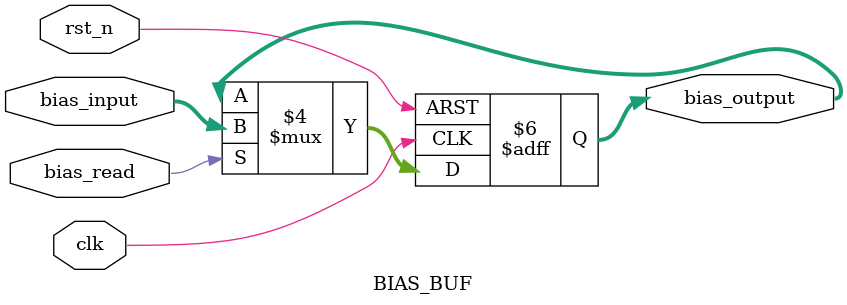
<source format=sv>
`timescale 1ns / 1ps

module BIAS_BUF #(parameter             INPUT_WIDTH             = 8,
                                        OUTPUT_WIDTH            = 8
                 )        
                 (input                                         clk, 
                  input                                         rst_n, 
                  input                                         bias_read, 
                  input signed          [INPUT_WIDTH-1:0]       bias_input, 
                  output reg signed     [OUTPUT_WIDTH-1:0]      bias_output);
    
    always_ff @(posedge clk or negedge rst_n) begin
        if (!rst_n) 
        begin
            bias_output <= 'bx;
        end 
        else 
        begin
            if (bias_read) 
            begin
                bias_output <= bias_input;
            end 
            else 
            begin
                bias_output <= bias_output;
            end
        end
    end
    
endmodule

</source>
